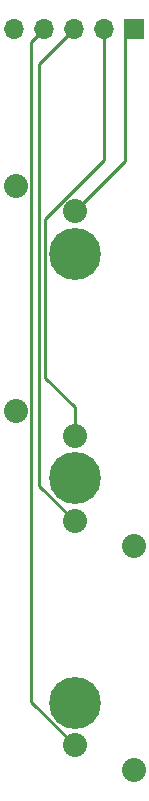
<source format=gtl>
G04 #@! TF.GenerationSoftware,KiCad,Pcbnew,7.0.2*
G04 #@! TF.CreationDate,2023-05-08T17:21:18+01:00*
G04 #@! TF.ProjectId,heron,6865726f-6e2e-46b6-9963-61645f706362,rev?*
G04 #@! TF.SameCoordinates,Original*
G04 #@! TF.FileFunction,Copper,L1,Top*
G04 #@! TF.FilePolarity,Positive*
%FSLAX46Y46*%
G04 Gerber Fmt 4.6, Leading zero omitted, Abs format (unit mm)*
G04 Created by KiCad (PCBNEW 7.0.2) date 2023-05-08 17:21:18*
%MOMM*%
%LPD*%
G01*
G04 APERTURE LIST*
G04 #@! TA.AperFunction,ComponentPad*
%ADD10R,1.700000X1.700000*%
G04 #@! TD*
G04 #@! TA.AperFunction,ComponentPad*
%ADD11O,1.700000X1.700000*%
G04 #@! TD*
G04 #@! TA.AperFunction,ComponentPad*
%ADD12C,2.032000*%
G04 #@! TD*
G04 #@! TA.AperFunction,ComponentPad*
%ADD13C,4.400000*%
G04 #@! TD*
G04 #@! TA.AperFunction,Conductor*
%ADD14C,0.250000*%
G04 #@! TD*
G04 APERTURE END LIST*
D10*
G04 #@! TO.P,J1,1,Pin_1*
G04 #@! TO.N,Row1*
X162500000Y-30500000D03*
D11*
G04 #@! TO.P,J1,2,Pin_2*
G04 #@! TO.N,Row2*
X159960000Y-30500000D03*
G04 #@! TO.P,J1,3,Pin_3*
G04 #@! TO.N,Row3*
X157420000Y-30500000D03*
G04 #@! TO.P,J1,4,Pin_4*
G04 #@! TO.N,Row4*
X154880000Y-30500000D03*
G04 #@! TO.P,J1,5,Pin_5*
G04 #@! TO.N,Column*
X152340000Y-30500000D03*
G04 #@! TD*
D12*
G04 #@! TO.P,SW1,2,2*
G04 #@! TO.N,Net-(D1-A)*
X152500000Y-43800000D03*
G04 #@! TO.P,SW1,1,1*
G04 #@! TO.N,Row1*
X157500000Y-45900000D03*
G04 #@! TD*
D13*
G04 #@! TO.P,H3,1*
G04 #@! TO.N,N/C*
X157500000Y-87500000D03*
G04 #@! TD*
G04 #@! TO.P,H2,1*
G04 #@! TO.N,N/C*
X157500000Y-68500000D03*
G04 #@! TD*
G04 #@! TO.P,H1,1*
G04 #@! TO.N,N/C*
X157500000Y-49500000D03*
G04 #@! TD*
D12*
G04 #@! TO.P,SW4,2,2*
G04 #@! TO.N,Net-(D4-A)*
X162500000Y-93200000D03*
G04 #@! TO.P,SW4,1,1*
G04 #@! TO.N,Row4*
X157500000Y-91100000D03*
G04 #@! TD*
G04 #@! TO.P,SW3,2,2*
G04 #@! TO.N,Net-(D3-A)*
X162500000Y-74200000D03*
G04 #@! TO.P,SW3,1,1*
G04 #@! TO.N,Row3*
X157500000Y-72100000D03*
G04 #@! TD*
G04 #@! TO.P,SW2,2,2*
G04 #@! TO.N,Net-(D2-A)*
X152500000Y-62800000D03*
G04 #@! TO.P,SW2,1,1*
G04 #@! TO.N,Row2*
X157500000Y-64900000D03*
G04 #@! TD*
D14*
G04 #@! TO.N,Row4*
X153841000Y-31539000D02*
X154880000Y-30500000D01*
X157500000Y-91100000D02*
X153841000Y-87441000D01*
X153841000Y-87441000D02*
X153841000Y-31539000D01*
G04 #@! TO.N,Row3*
X157500000Y-72100000D02*
X154525000Y-69125000D01*
X154525000Y-69125000D02*
X154525000Y-33395000D01*
X154525000Y-33395000D02*
X157420000Y-30500000D01*
G04 #@! TO.N,Row2*
X159960000Y-41540000D02*
X159960000Y-30500000D01*
X154975000Y-46525000D02*
X159960000Y-41540000D01*
X157500000Y-62500000D02*
X154975000Y-59975000D01*
X154975000Y-59975000D02*
X154975000Y-46525000D01*
X157500000Y-64900000D02*
X157500000Y-62500000D01*
G04 #@! TO.N,Row1*
X161774100Y-41625900D02*
X157500000Y-45900000D01*
X161774100Y-31225900D02*
X161774100Y-41625900D01*
X162500000Y-30500000D02*
X161774100Y-31225900D01*
G04 #@! TD*
M02*

</source>
